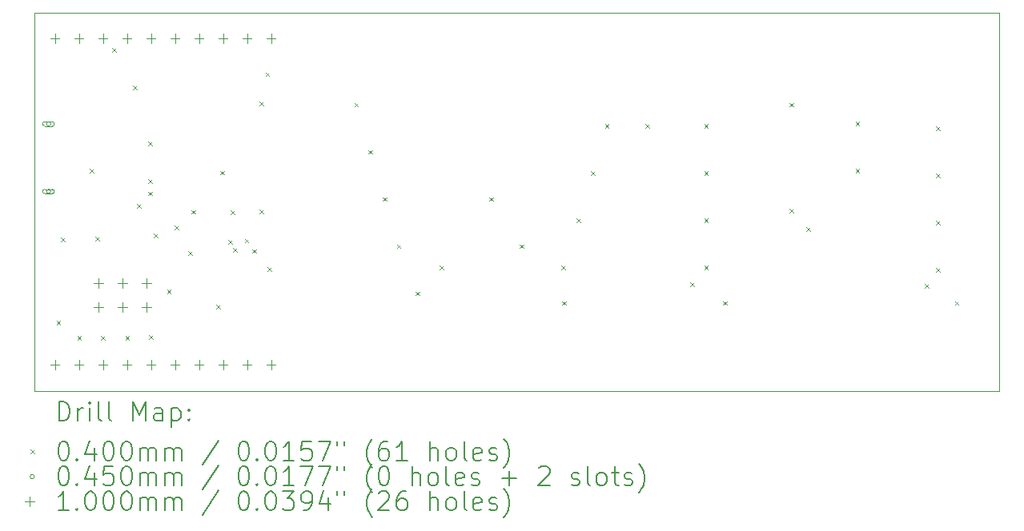
<source format=gbr>
%TF.GenerationSoftware,KiCad,Pcbnew,8.0.1*%
%TF.CreationDate,2024-04-10T03:36:57-04:00*%
%TF.ProjectId,ieee_pcb_workshop,69656565-5f70-4636-925f-776f726b7368,rev?*%
%TF.SameCoordinates,Original*%
%TF.FileFunction,Drillmap*%
%TF.FilePolarity,Positive*%
%FSLAX45Y45*%
G04 Gerber Fmt 4.5, Leading zero omitted, Abs format (unit mm)*
G04 Created by KiCad (PCBNEW 8.0.1) date 2024-04-10 03:36:57*
%MOMM*%
%LPD*%
G01*
G04 APERTURE LIST*
%ADD10C,0.100000*%
%ADD11C,0.200000*%
G04 APERTURE END LIST*
D10*
X4800600Y-12529200D02*
X15000600Y-12529200D01*
X15000600Y-16529200D01*
X4800600Y-16529200D01*
X4800600Y-12529200D01*
D11*
D10*
X5030000Y-15790000D02*
X5070000Y-15830000D01*
X5070000Y-15790000D02*
X5030000Y-15830000D01*
X5080000Y-14910000D02*
X5120000Y-14950000D01*
X5120000Y-14910000D02*
X5080000Y-14950000D01*
X5250000Y-15950000D02*
X5290000Y-15990000D01*
X5290000Y-15950000D02*
X5250000Y-15990000D01*
X5380000Y-14180000D02*
X5420000Y-14220000D01*
X5420000Y-14180000D02*
X5380000Y-14220000D01*
X5440000Y-14900000D02*
X5480000Y-14940000D01*
X5480000Y-14900000D02*
X5440000Y-14940000D01*
X5500000Y-15950000D02*
X5540000Y-15990000D01*
X5540000Y-15950000D02*
X5500000Y-15990000D01*
X5620000Y-12900000D02*
X5660000Y-12940000D01*
X5660000Y-12900000D02*
X5620000Y-12940000D01*
X5760000Y-15950000D02*
X5800000Y-15990000D01*
X5800000Y-15950000D02*
X5760000Y-15990000D01*
X5840000Y-13300000D02*
X5880000Y-13340000D01*
X5880000Y-13300000D02*
X5840000Y-13340000D01*
X5880000Y-14550000D02*
X5920000Y-14590000D01*
X5920000Y-14550000D02*
X5880000Y-14590000D01*
X6000000Y-13890000D02*
X6040000Y-13930000D01*
X6040000Y-13890000D02*
X6000000Y-13930000D01*
X6000000Y-14290000D02*
X6040000Y-14330000D01*
X6040000Y-14290000D02*
X6000000Y-14330000D01*
X6000000Y-14420000D02*
X6040000Y-14460000D01*
X6040000Y-14420000D02*
X6000000Y-14460000D01*
X6010000Y-15940000D02*
X6050000Y-15980000D01*
X6050000Y-15940000D02*
X6010000Y-15980000D01*
X6060000Y-14865000D02*
X6100000Y-14905000D01*
X6100000Y-14865000D02*
X6060000Y-14905000D01*
X6200000Y-15460000D02*
X6240000Y-15500000D01*
X6240000Y-15460000D02*
X6200000Y-15500000D01*
X6280000Y-14780000D02*
X6320000Y-14820000D01*
X6320000Y-14780000D02*
X6280000Y-14820000D01*
X6425000Y-15050000D02*
X6465000Y-15090000D01*
X6465000Y-15050000D02*
X6425000Y-15090000D01*
X6455000Y-14615000D02*
X6495000Y-14655000D01*
X6495000Y-14615000D02*
X6455000Y-14655000D01*
X6720000Y-15620000D02*
X6760000Y-15660000D01*
X6760000Y-15620000D02*
X6720000Y-15660000D01*
X6760000Y-14200000D02*
X6800000Y-14240000D01*
X6800000Y-14200000D02*
X6760000Y-14240000D01*
X6848450Y-14933587D02*
X6888450Y-14973587D01*
X6888450Y-14933587D02*
X6848450Y-14973587D01*
X6870000Y-14620000D02*
X6910000Y-14660000D01*
X6910000Y-14620000D02*
X6870000Y-14660000D01*
X6899699Y-15019398D02*
X6939699Y-15059398D01*
X6939699Y-15019398D02*
X6899699Y-15059398D01*
X7020000Y-14920000D02*
X7060000Y-14960000D01*
X7060000Y-14920000D02*
X7020000Y-14960000D01*
X7100000Y-15030000D02*
X7140000Y-15070000D01*
X7140000Y-15030000D02*
X7100000Y-15070000D01*
X7175000Y-13470000D02*
X7215000Y-13510000D01*
X7215000Y-13470000D02*
X7175000Y-13510000D01*
X7175000Y-14610000D02*
X7215000Y-14650000D01*
X7215000Y-14610000D02*
X7175000Y-14650000D01*
X7240000Y-13160000D02*
X7280000Y-13200000D01*
X7280000Y-13160000D02*
X7240000Y-13200000D01*
X7260000Y-15220000D02*
X7300000Y-15260000D01*
X7300000Y-15220000D02*
X7260000Y-15260000D01*
X8180000Y-13480000D02*
X8220000Y-13520000D01*
X8220000Y-13480000D02*
X8180000Y-13520000D01*
X8330000Y-13980000D02*
X8370000Y-14020000D01*
X8370000Y-13980000D02*
X8330000Y-14020000D01*
X8480000Y-14480000D02*
X8520000Y-14520000D01*
X8520000Y-14480000D02*
X8480000Y-14520000D01*
X8630000Y-14980000D02*
X8670000Y-15020000D01*
X8670000Y-14980000D02*
X8630000Y-15020000D01*
X8830000Y-15480000D02*
X8870000Y-15520000D01*
X8870000Y-15480000D02*
X8830000Y-15520000D01*
X9080000Y-15205000D02*
X9120000Y-15245000D01*
X9120000Y-15205000D02*
X9080000Y-15245000D01*
X9605000Y-14480000D02*
X9645000Y-14520000D01*
X9645000Y-14480000D02*
X9605000Y-14520000D01*
X9930000Y-14980000D02*
X9970000Y-15020000D01*
X9970000Y-14980000D02*
X9930000Y-15020000D01*
X10371457Y-15203291D02*
X10411457Y-15243291D01*
X10411457Y-15203291D02*
X10371457Y-15243291D01*
X10380000Y-15580000D02*
X10420000Y-15620000D01*
X10420000Y-15580000D02*
X10380000Y-15620000D01*
X10530000Y-14705000D02*
X10570000Y-14745000D01*
X10570000Y-14705000D02*
X10530000Y-14745000D01*
X10680000Y-14205000D02*
X10720000Y-14245000D01*
X10720000Y-14205000D02*
X10680000Y-14245000D01*
X10830000Y-13705000D02*
X10870000Y-13745000D01*
X10870000Y-13705000D02*
X10830000Y-13745000D01*
X11255000Y-13705000D02*
X11295000Y-13745000D01*
X11295000Y-13705000D02*
X11255000Y-13745000D01*
X11730000Y-15380000D02*
X11770000Y-15420000D01*
X11770000Y-15380000D02*
X11730000Y-15420000D01*
X11880000Y-13705000D02*
X11920000Y-13745000D01*
X11920000Y-13705000D02*
X11880000Y-13745000D01*
X11880000Y-14205000D02*
X11920000Y-14245000D01*
X11920000Y-14205000D02*
X11880000Y-14245000D01*
X11880000Y-14705000D02*
X11920000Y-14745000D01*
X11920000Y-14705000D02*
X11880000Y-14745000D01*
X11880000Y-15205000D02*
X11920000Y-15245000D01*
X11920000Y-15205000D02*
X11880000Y-15245000D01*
X12080000Y-15580000D02*
X12120000Y-15620000D01*
X12120000Y-15580000D02*
X12080000Y-15620000D01*
X12780000Y-13480000D02*
X12820000Y-13520000D01*
X12820000Y-13480000D02*
X12780000Y-13520000D01*
X12780000Y-14605000D02*
X12820000Y-14645000D01*
X12820000Y-14605000D02*
X12780000Y-14645000D01*
X12960000Y-14800000D02*
X13000000Y-14840000D01*
X13000000Y-14800000D02*
X12960000Y-14840000D01*
X13480000Y-13680000D02*
X13520000Y-13720000D01*
X13520000Y-13680000D02*
X13480000Y-13720000D01*
X13480000Y-14180000D02*
X13520000Y-14220000D01*
X13520000Y-14180000D02*
X13480000Y-14220000D01*
X14210000Y-15400000D02*
X14250000Y-15440000D01*
X14250000Y-15400000D02*
X14210000Y-15440000D01*
X14330000Y-13730000D02*
X14370000Y-13770000D01*
X14370000Y-13730000D02*
X14330000Y-13770000D01*
X14330000Y-14230000D02*
X14370000Y-14270000D01*
X14370000Y-14230000D02*
X14330000Y-14270000D01*
X14330000Y-14730000D02*
X14370000Y-14770000D01*
X14370000Y-14730000D02*
X14330000Y-14770000D01*
X14330000Y-15230000D02*
X14370000Y-15270000D01*
X14370000Y-15230000D02*
X14330000Y-15270000D01*
X14530000Y-15580000D02*
X14570000Y-15620000D01*
X14570000Y-15580000D02*
X14530000Y-15620000D01*
X4968400Y-13703200D02*
G75*
G02*
X4923400Y-13703200I-22500J0D01*
G01*
X4923400Y-13703200D02*
G75*
G02*
X4968400Y-13703200I22500J0D01*
G01*
X4905900Y-13725700D02*
X4985900Y-13725700D01*
X4985900Y-13680700D02*
G75*
G02*
X4985900Y-13725700I0J-22500D01*
G01*
X4985900Y-13680700D02*
X4905900Y-13680700D01*
X4905900Y-13680700D02*
G75*
G03*
X4905900Y-13725700I0J-22500D01*
G01*
X4968400Y-14418200D02*
G75*
G02*
X4923400Y-14418200I-22500J0D01*
G01*
X4923400Y-14418200D02*
G75*
G02*
X4968400Y-14418200I22500J0D01*
G01*
X4985900Y-14395700D02*
X4905900Y-14395700D01*
X4905900Y-14440700D02*
G75*
G02*
X4905900Y-14395700I0J22500D01*
G01*
X4905900Y-14440700D02*
X4985900Y-14440700D01*
X4985900Y-14440700D02*
G75*
G03*
X4985900Y-14395700I0J22500D01*
G01*
X5013000Y-12750000D02*
X5013000Y-12850000D01*
X4963000Y-12800000D02*
X5063000Y-12800000D01*
X5013000Y-16200000D02*
X5013000Y-16300000D01*
X4963000Y-16250000D02*
X5063000Y-16250000D01*
X5267000Y-12750000D02*
X5267000Y-12850000D01*
X5217000Y-12800000D02*
X5317000Y-12800000D01*
X5267000Y-16200000D02*
X5267000Y-16300000D01*
X5217000Y-16250000D02*
X5317000Y-16250000D01*
X5473700Y-15342400D02*
X5473700Y-15442400D01*
X5423700Y-15392400D02*
X5523700Y-15392400D01*
X5473700Y-15596400D02*
X5473700Y-15696400D01*
X5423700Y-15646400D02*
X5523700Y-15646400D01*
X5521000Y-12750000D02*
X5521000Y-12850000D01*
X5471000Y-12800000D02*
X5571000Y-12800000D01*
X5521000Y-16200000D02*
X5521000Y-16300000D01*
X5471000Y-16250000D02*
X5571000Y-16250000D01*
X5727700Y-15342400D02*
X5727700Y-15442400D01*
X5677700Y-15392400D02*
X5777700Y-15392400D01*
X5727700Y-15596400D02*
X5727700Y-15696400D01*
X5677700Y-15646400D02*
X5777700Y-15646400D01*
X5775000Y-12750000D02*
X5775000Y-12850000D01*
X5725000Y-12800000D02*
X5825000Y-12800000D01*
X5775000Y-16200000D02*
X5775000Y-16300000D01*
X5725000Y-16250000D02*
X5825000Y-16250000D01*
X5981700Y-15342400D02*
X5981700Y-15442400D01*
X5931700Y-15392400D02*
X6031700Y-15392400D01*
X5981700Y-15596400D02*
X5981700Y-15696400D01*
X5931700Y-15646400D02*
X6031700Y-15646400D01*
X6029000Y-12750000D02*
X6029000Y-12850000D01*
X5979000Y-12800000D02*
X6079000Y-12800000D01*
X6029000Y-16200000D02*
X6029000Y-16300000D01*
X5979000Y-16250000D02*
X6079000Y-16250000D01*
X6283000Y-12750000D02*
X6283000Y-12850000D01*
X6233000Y-12800000D02*
X6333000Y-12800000D01*
X6283000Y-16200000D02*
X6283000Y-16300000D01*
X6233000Y-16250000D02*
X6333000Y-16250000D01*
X6537000Y-12750000D02*
X6537000Y-12850000D01*
X6487000Y-12800000D02*
X6587000Y-12800000D01*
X6537000Y-16200000D02*
X6537000Y-16300000D01*
X6487000Y-16250000D02*
X6587000Y-16250000D01*
X6791000Y-12750000D02*
X6791000Y-12850000D01*
X6741000Y-12800000D02*
X6841000Y-12800000D01*
X6791000Y-16200000D02*
X6791000Y-16300000D01*
X6741000Y-16250000D02*
X6841000Y-16250000D01*
X7045000Y-12750000D02*
X7045000Y-12850000D01*
X6995000Y-12800000D02*
X7095000Y-12800000D01*
X7045000Y-16200000D02*
X7045000Y-16300000D01*
X6995000Y-16250000D02*
X7095000Y-16250000D01*
X7299000Y-12750000D02*
X7299000Y-12850000D01*
X7249000Y-12800000D02*
X7349000Y-12800000D01*
X7299000Y-16200000D02*
X7299000Y-16300000D01*
X7249000Y-16250000D02*
X7349000Y-16250000D01*
D11*
X5056377Y-16845684D02*
X5056377Y-16645684D01*
X5056377Y-16645684D02*
X5103996Y-16645684D01*
X5103996Y-16645684D02*
X5132567Y-16655208D01*
X5132567Y-16655208D02*
X5151615Y-16674255D01*
X5151615Y-16674255D02*
X5161139Y-16693303D01*
X5161139Y-16693303D02*
X5170663Y-16731398D01*
X5170663Y-16731398D02*
X5170663Y-16759969D01*
X5170663Y-16759969D02*
X5161139Y-16798065D01*
X5161139Y-16798065D02*
X5151615Y-16817112D01*
X5151615Y-16817112D02*
X5132567Y-16836160D01*
X5132567Y-16836160D02*
X5103996Y-16845684D01*
X5103996Y-16845684D02*
X5056377Y-16845684D01*
X5256377Y-16845684D02*
X5256377Y-16712350D01*
X5256377Y-16750446D02*
X5265901Y-16731398D01*
X5265901Y-16731398D02*
X5275424Y-16721874D01*
X5275424Y-16721874D02*
X5294472Y-16712350D01*
X5294472Y-16712350D02*
X5313520Y-16712350D01*
X5380186Y-16845684D02*
X5380186Y-16712350D01*
X5380186Y-16645684D02*
X5370663Y-16655208D01*
X5370663Y-16655208D02*
X5380186Y-16664731D01*
X5380186Y-16664731D02*
X5389710Y-16655208D01*
X5389710Y-16655208D02*
X5380186Y-16645684D01*
X5380186Y-16645684D02*
X5380186Y-16664731D01*
X5503996Y-16845684D02*
X5484948Y-16836160D01*
X5484948Y-16836160D02*
X5475424Y-16817112D01*
X5475424Y-16817112D02*
X5475424Y-16645684D01*
X5608758Y-16845684D02*
X5589710Y-16836160D01*
X5589710Y-16836160D02*
X5580186Y-16817112D01*
X5580186Y-16817112D02*
X5580186Y-16645684D01*
X5837329Y-16845684D02*
X5837329Y-16645684D01*
X5837329Y-16645684D02*
X5903996Y-16788541D01*
X5903996Y-16788541D02*
X5970662Y-16645684D01*
X5970662Y-16645684D02*
X5970662Y-16845684D01*
X6151615Y-16845684D02*
X6151615Y-16740922D01*
X6151615Y-16740922D02*
X6142091Y-16721874D01*
X6142091Y-16721874D02*
X6123043Y-16712350D01*
X6123043Y-16712350D02*
X6084948Y-16712350D01*
X6084948Y-16712350D02*
X6065901Y-16721874D01*
X6151615Y-16836160D02*
X6132567Y-16845684D01*
X6132567Y-16845684D02*
X6084948Y-16845684D01*
X6084948Y-16845684D02*
X6065901Y-16836160D01*
X6065901Y-16836160D02*
X6056377Y-16817112D01*
X6056377Y-16817112D02*
X6056377Y-16798065D01*
X6056377Y-16798065D02*
X6065901Y-16779017D01*
X6065901Y-16779017D02*
X6084948Y-16769493D01*
X6084948Y-16769493D02*
X6132567Y-16769493D01*
X6132567Y-16769493D02*
X6151615Y-16759969D01*
X6246853Y-16712350D02*
X6246853Y-16912350D01*
X6246853Y-16721874D02*
X6265901Y-16712350D01*
X6265901Y-16712350D02*
X6303996Y-16712350D01*
X6303996Y-16712350D02*
X6323043Y-16721874D01*
X6323043Y-16721874D02*
X6332567Y-16731398D01*
X6332567Y-16731398D02*
X6342091Y-16750446D01*
X6342091Y-16750446D02*
X6342091Y-16807589D01*
X6342091Y-16807589D02*
X6332567Y-16826636D01*
X6332567Y-16826636D02*
X6323043Y-16836160D01*
X6323043Y-16836160D02*
X6303996Y-16845684D01*
X6303996Y-16845684D02*
X6265901Y-16845684D01*
X6265901Y-16845684D02*
X6246853Y-16836160D01*
X6427805Y-16826636D02*
X6437329Y-16836160D01*
X6437329Y-16836160D02*
X6427805Y-16845684D01*
X6427805Y-16845684D02*
X6418282Y-16836160D01*
X6418282Y-16836160D02*
X6427805Y-16826636D01*
X6427805Y-16826636D02*
X6427805Y-16845684D01*
X6427805Y-16721874D02*
X6437329Y-16731398D01*
X6437329Y-16731398D02*
X6427805Y-16740922D01*
X6427805Y-16740922D02*
X6418282Y-16731398D01*
X6418282Y-16731398D02*
X6427805Y-16721874D01*
X6427805Y-16721874D02*
X6427805Y-16740922D01*
D10*
X4755600Y-17154200D02*
X4795600Y-17194200D01*
X4795600Y-17154200D02*
X4755600Y-17194200D01*
D11*
X5094472Y-17065684D02*
X5113520Y-17065684D01*
X5113520Y-17065684D02*
X5132567Y-17075208D01*
X5132567Y-17075208D02*
X5142091Y-17084731D01*
X5142091Y-17084731D02*
X5151615Y-17103779D01*
X5151615Y-17103779D02*
X5161139Y-17141874D01*
X5161139Y-17141874D02*
X5161139Y-17189493D01*
X5161139Y-17189493D02*
X5151615Y-17227589D01*
X5151615Y-17227589D02*
X5142091Y-17246636D01*
X5142091Y-17246636D02*
X5132567Y-17256160D01*
X5132567Y-17256160D02*
X5113520Y-17265684D01*
X5113520Y-17265684D02*
X5094472Y-17265684D01*
X5094472Y-17265684D02*
X5075424Y-17256160D01*
X5075424Y-17256160D02*
X5065901Y-17246636D01*
X5065901Y-17246636D02*
X5056377Y-17227589D01*
X5056377Y-17227589D02*
X5046853Y-17189493D01*
X5046853Y-17189493D02*
X5046853Y-17141874D01*
X5046853Y-17141874D02*
X5056377Y-17103779D01*
X5056377Y-17103779D02*
X5065901Y-17084731D01*
X5065901Y-17084731D02*
X5075424Y-17075208D01*
X5075424Y-17075208D02*
X5094472Y-17065684D01*
X5246853Y-17246636D02*
X5256377Y-17256160D01*
X5256377Y-17256160D02*
X5246853Y-17265684D01*
X5246853Y-17265684D02*
X5237329Y-17256160D01*
X5237329Y-17256160D02*
X5246853Y-17246636D01*
X5246853Y-17246636D02*
X5246853Y-17265684D01*
X5427805Y-17132350D02*
X5427805Y-17265684D01*
X5380186Y-17056160D02*
X5332567Y-17199017D01*
X5332567Y-17199017D02*
X5456377Y-17199017D01*
X5570663Y-17065684D02*
X5589710Y-17065684D01*
X5589710Y-17065684D02*
X5608758Y-17075208D01*
X5608758Y-17075208D02*
X5618282Y-17084731D01*
X5618282Y-17084731D02*
X5627805Y-17103779D01*
X5627805Y-17103779D02*
X5637329Y-17141874D01*
X5637329Y-17141874D02*
X5637329Y-17189493D01*
X5637329Y-17189493D02*
X5627805Y-17227589D01*
X5627805Y-17227589D02*
X5618282Y-17246636D01*
X5618282Y-17246636D02*
X5608758Y-17256160D01*
X5608758Y-17256160D02*
X5589710Y-17265684D01*
X5589710Y-17265684D02*
X5570663Y-17265684D01*
X5570663Y-17265684D02*
X5551615Y-17256160D01*
X5551615Y-17256160D02*
X5542091Y-17246636D01*
X5542091Y-17246636D02*
X5532567Y-17227589D01*
X5532567Y-17227589D02*
X5523044Y-17189493D01*
X5523044Y-17189493D02*
X5523044Y-17141874D01*
X5523044Y-17141874D02*
X5532567Y-17103779D01*
X5532567Y-17103779D02*
X5542091Y-17084731D01*
X5542091Y-17084731D02*
X5551615Y-17075208D01*
X5551615Y-17075208D02*
X5570663Y-17065684D01*
X5761139Y-17065684D02*
X5780186Y-17065684D01*
X5780186Y-17065684D02*
X5799234Y-17075208D01*
X5799234Y-17075208D02*
X5808758Y-17084731D01*
X5808758Y-17084731D02*
X5818282Y-17103779D01*
X5818282Y-17103779D02*
X5827805Y-17141874D01*
X5827805Y-17141874D02*
X5827805Y-17189493D01*
X5827805Y-17189493D02*
X5818282Y-17227589D01*
X5818282Y-17227589D02*
X5808758Y-17246636D01*
X5808758Y-17246636D02*
X5799234Y-17256160D01*
X5799234Y-17256160D02*
X5780186Y-17265684D01*
X5780186Y-17265684D02*
X5761139Y-17265684D01*
X5761139Y-17265684D02*
X5742091Y-17256160D01*
X5742091Y-17256160D02*
X5732567Y-17246636D01*
X5732567Y-17246636D02*
X5723043Y-17227589D01*
X5723043Y-17227589D02*
X5713520Y-17189493D01*
X5713520Y-17189493D02*
X5713520Y-17141874D01*
X5713520Y-17141874D02*
X5723043Y-17103779D01*
X5723043Y-17103779D02*
X5732567Y-17084731D01*
X5732567Y-17084731D02*
X5742091Y-17075208D01*
X5742091Y-17075208D02*
X5761139Y-17065684D01*
X5913520Y-17265684D02*
X5913520Y-17132350D01*
X5913520Y-17151398D02*
X5923043Y-17141874D01*
X5923043Y-17141874D02*
X5942091Y-17132350D01*
X5942091Y-17132350D02*
X5970663Y-17132350D01*
X5970663Y-17132350D02*
X5989710Y-17141874D01*
X5989710Y-17141874D02*
X5999234Y-17160922D01*
X5999234Y-17160922D02*
X5999234Y-17265684D01*
X5999234Y-17160922D02*
X6008758Y-17141874D01*
X6008758Y-17141874D02*
X6027805Y-17132350D01*
X6027805Y-17132350D02*
X6056377Y-17132350D01*
X6056377Y-17132350D02*
X6075424Y-17141874D01*
X6075424Y-17141874D02*
X6084948Y-17160922D01*
X6084948Y-17160922D02*
X6084948Y-17265684D01*
X6180186Y-17265684D02*
X6180186Y-17132350D01*
X6180186Y-17151398D02*
X6189710Y-17141874D01*
X6189710Y-17141874D02*
X6208758Y-17132350D01*
X6208758Y-17132350D02*
X6237329Y-17132350D01*
X6237329Y-17132350D02*
X6256377Y-17141874D01*
X6256377Y-17141874D02*
X6265901Y-17160922D01*
X6265901Y-17160922D02*
X6265901Y-17265684D01*
X6265901Y-17160922D02*
X6275424Y-17141874D01*
X6275424Y-17141874D02*
X6294472Y-17132350D01*
X6294472Y-17132350D02*
X6323043Y-17132350D01*
X6323043Y-17132350D02*
X6342091Y-17141874D01*
X6342091Y-17141874D02*
X6351615Y-17160922D01*
X6351615Y-17160922D02*
X6351615Y-17265684D01*
X6742091Y-17056160D02*
X6570663Y-17313303D01*
X6999234Y-17065684D02*
X7018282Y-17065684D01*
X7018282Y-17065684D02*
X7037329Y-17075208D01*
X7037329Y-17075208D02*
X7046853Y-17084731D01*
X7046853Y-17084731D02*
X7056377Y-17103779D01*
X7056377Y-17103779D02*
X7065901Y-17141874D01*
X7065901Y-17141874D02*
X7065901Y-17189493D01*
X7065901Y-17189493D02*
X7056377Y-17227589D01*
X7056377Y-17227589D02*
X7046853Y-17246636D01*
X7046853Y-17246636D02*
X7037329Y-17256160D01*
X7037329Y-17256160D02*
X7018282Y-17265684D01*
X7018282Y-17265684D02*
X6999234Y-17265684D01*
X6999234Y-17265684D02*
X6980186Y-17256160D01*
X6980186Y-17256160D02*
X6970663Y-17246636D01*
X6970663Y-17246636D02*
X6961139Y-17227589D01*
X6961139Y-17227589D02*
X6951615Y-17189493D01*
X6951615Y-17189493D02*
X6951615Y-17141874D01*
X6951615Y-17141874D02*
X6961139Y-17103779D01*
X6961139Y-17103779D02*
X6970663Y-17084731D01*
X6970663Y-17084731D02*
X6980186Y-17075208D01*
X6980186Y-17075208D02*
X6999234Y-17065684D01*
X7151615Y-17246636D02*
X7161139Y-17256160D01*
X7161139Y-17256160D02*
X7151615Y-17265684D01*
X7151615Y-17265684D02*
X7142091Y-17256160D01*
X7142091Y-17256160D02*
X7151615Y-17246636D01*
X7151615Y-17246636D02*
X7151615Y-17265684D01*
X7284948Y-17065684D02*
X7303996Y-17065684D01*
X7303996Y-17065684D02*
X7323044Y-17075208D01*
X7323044Y-17075208D02*
X7332567Y-17084731D01*
X7332567Y-17084731D02*
X7342091Y-17103779D01*
X7342091Y-17103779D02*
X7351615Y-17141874D01*
X7351615Y-17141874D02*
X7351615Y-17189493D01*
X7351615Y-17189493D02*
X7342091Y-17227589D01*
X7342091Y-17227589D02*
X7332567Y-17246636D01*
X7332567Y-17246636D02*
X7323044Y-17256160D01*
X7323044Y-17256160D02*
X7303996Y-17265684D01*
X7303996Y-17265684D02*
X7284948Y-17265684D01*
X7284948Y-17265684D02*
X7265901Y-17256160D01*
X7265901Y-17256160D02*
X7256377Y-17246636D01*
X7256377Y-17246636D02*
X7246853Y-17227589D01*
X7246853Y-17227589D02*
X7237329Y-17189493D01*
X7237329Y-17189493D02*
X7237329Y-17141874D01*
X7237329Y-17141874D02*
X7246853Y-17103779D01*
X7246853Y-17103779D02*
X7256377Y-17084731D01*
X7256377Y-17084731D02*
X7265901Y-17075208D01*
X7265901Y-17075208D02*
X7284948Y-17065684D01*
X7542091Y-17265684D02*
X7427806Y-17265684D01*
X7484948Y-17265684D02*
X7484948Y-17065684D01*
X7484948Y-17065684D02*
X7465901Y-17094255D01*
X7465901Y-17094255D02*
X7446853Y-17113303D01*
X7446853Y-17113303D02*
X7427806Y-17122827D01*
X7723044Y-17065684D02*
X7627806Y-17065684D01*
X7627806Y-17065684D02*
X7618282Y-17160922D01*
X7618282Y-17160922D02*
X7627806Y-17151398D01*
X7627806Y-17151398D02*
X7646853Y-17141874D01*
X7646853Y-17141874D02*
X7694472Y-17141874D01*
X7694472Y-17141874D02*
X7713520Y-17151398D01*
X7713520Y-17151398D02*
X7723044Y-17160922D01*
X7723044Y-17160922D02*
X7732567Y-17179970D01*
X7732567Y-17179970D02*
X7732567Y-17227589D01*
X7732567Y-17227589D02*
X7723044Y-17246636D01*
X7723044Y-17246636D02*
X7713520Y-17256160D01*
X7713520Y-17256160D02*
X7694472Y-17265684D01*
X7694472Y-17265684D02*
X7646853Y-17265684D01*
X7646853Y-17265684D02*
X7627806Y-17256160D01*
X7627806Y-17256160D02*
X7618282Y-17246636D01*
X7799234Y-17065684D02*
X7932567Y-17065684D01*
X7932567Y-17065684D02*
X7846853Y-17265684D01*
X7999234Y-17065684D02*
X7999234Y-17103779D01*
X8075425Y-17065684D02*
X8075425Y-17103779D01*
X8370663Y-17341874D02*
X8361139Y-17332350D01*
X8361139Y-17332350D02*
X8342091Y-17303779D01*
X8342091Y-17303779D02*
X8332568Y-17284731D01*
X8332568Y-17284731D02*
X8323044Y-17256160D01*
X8323044Y-17256160D02*
X8313520Y-17208541D01*
X8313520Y-17208541D02*
X8313520Y-17170446D01*
X8313520Y-17170446D02*
X8323044Y-17122827D01*
X8323044Y-17122827D02*
X8332568Y-17094255D01*
X8332568Y-17094255D02*
X8342091Y-17075208D01*
X8342091Y-17075208D02*
X8361139Y-17046636D01*
X8361139Y-17046636D02*
X8370663Y-17037112D01*
X8532568Y-17065684D02*
X8494472Y-17065684D01*
X8494472Y-17065684D02*
X8475425Y-17075208D01*
X8475425Y-17075208D02*
X8465901Y-17084731D01*
X8465901Y-17084731D02*
X8446853Y-17113303D01*
X8446853Y-17113303D02*
X8437330Y-17151398D01*
X8437330Y-17151398D02*
X8437330Y-17227589D01*
X8437330Y-17227589D02*
X8446853Y-17246636D01*
X8446853Y-17246636D02*
X8456377Y-17256160D01*
X8456377Y-17256160D02*
X8475425Y-17265684D01*
X8475425Y-17265684D02*
X8513520Y-17265684D01*
X8513520Y-17265684D02*
X8532568Y-17256160D01*
X8532568Y-17256160D02*
X8542091Y-17246636D01*
X8542091Y-17246636D02*
X8551615Y-17227589D01*
X8551615Y-17227589D02*
X8551615Y-17179970D01*
X8551615Y-17179970D02*
X8542091Y-17160922D01*
X8542091Y-17160922D02*
X8532568Y-17151398D01*
X8532568Y-17151398D02*
X8513520Y-17141874D01*
X8513520Y-17141874D02*
X8475425Y-17141874D01*
X8475425Y-17141874D02*
X8456377Y-17151398D01*
X8456377Y-17151398D02*
X8446853Y-17160922D01*
X8446853Y-17160922D02*
X8437330Y-17179970D01*
X8742091Y-17265684D02*
X8627806Y-17265684D01*
X8684949Y-17265684D02*
X8684949Y-17065684D01*
X8684949Y-17065684D02*
X8665901Y-17094255D01*
X8665901Y-17094255D02*
X8646853Y-17113303D01*
X8646853Y-17113303D02*
X8627806Y-17122827D01*
X8980187Y-17265684D02*
X8980187Y-17065684D01*
X9065901Y-17265684D02*
X9065901Y-17160922D01*
X9065901Y-17160922D02*
X9056377Y-17141874D01*
X9056377Y-17141874D02*
X9037330Y-17132350D01*
X9037330Y-17132350D02*
X9008758Y-17132350D01*
X9008758Y-17132350D02*
X8989711Y-17141874D01*
X8989711Y-17141874D02*
X8980187Y-17151398D01*
X9189711Y-17265684D02*
X9170663Y-17256160D01*
X9170663Y-17256160D02*
X9161139Y-17246636D01*
X9161139Y-17246636D02*
X9151615Y-17227589D01*
X9151615Y-17227589D02*
X9151615Y-17170446D01*
X9151615Y-17170446D02*
X9161139Y-17151398D01*
X9161139Y-17151398D02*
X9170663Y-17141874D01*
X9170663Y-17141874D02*
X9189711Y-17132350D01*
X9189711Y-17132350D02*
X9218282Y-17132350D01*
X9218282Y-17132350D02*
X9237330Y-17141874D01*
X9237330Y-17141874D02*
X9246853Y-17151398D01*
X9246853Y-17151398D02*
X9256377Y-17170446D01*
X9256377Y-17170446D02*
X9256377Y-17227589D01*
X9256377Y-17227589D02*
X9246853Y-17246636D01*
X9246853Y-17246636D02*
X9237330Y-17256160D01*
X9237330Y-17256160D02*
X9218282Y-17265684D01*
X9218282Y-17265684D02*
X9189711Y-17265684D01*
X9370663Y-17265684D02*
X9351615Y-17256160D01*
X9351615Y-17256160D02*
X9342092Y-17237112D01*
X9342092Y-17237112D02*
X9342092Y-17065684D01*
X9523044Y-17256160D02*
X9503996Y-17265684D01*
X9503996Y-17265684D02*
X9465901Y-17265684D01*
X9465901Y-17265684D02*
X9446853Y-17256160D01*
X9446853Y-17256160D02*
X9437330Y-17237112D01*
X9437330Y-17237112D02*
X9437330Y-17160922D01*
X9437330Y-17160922D02*
X9446853Y-17141874D01*
X9446853Y-17141874D02*
X9465901Y-17132350D01*
X9465901Y-17132350D02*
X9503996Y-17132350D01*
X9503996Y-17132350D02*
X9523044Y-17141874D01*
X9523044Y-17141874D02*
X9532568Y-17160922D01*
X9532568Y-17160922D02*
X9532568Y-17179970D01*
X9532568Y-17179970D02*
X9437330Y-17199017D01*
X9608758Y-17256160D02*
X9627806Y-17265684D01*
X9627806Y-17265684D02*
X9665901Y-17265684D01*
X9665901Y-17265684D02*
X9684949Y-17256160D01*
X9684949Y-17256160D02*
X9694473Y-17237112D01*
X9694473Y-17237112D02*
X9694473Y-17227589D01*
X9694473Y-17227589D02*
X9684949Y-17208541D01*
X9684949Y-17208541D02*
X9665901Y-17199017D01*
X9665901Y-17199017D02*
X9637330Y-17199017D01*
X9637330Y-17199017D02*
X9618282Y-17189493D01*
X9618282Y-17189493D02*
X9608758Y-17170446D01*
X9608758Y-17170446D02*
X9608758Y-17160922D01*
X9608758Y-17160922D02*
X9618282Y-17141874D01*
X9618282Y-17141874D02*
X9637330Y-17132350D01*
X9637330Y-17132350D02*
X9665901Y-17132350D01*
X9665901Y-17132350D02*
X9684949Y-17141874D01*
X9761139Y-17341874D02*
X9770663Y-17332350D01*
X9770663Y-17332350D02*
X9789711Y-17303779D01*
X9789711Y-17303779D02*
X9799234Y-17284731D01*
X9799234Y-17284731D02*
X9808758Y-17256160D01*
X9808758Y-17256160D02*
X9818282Y-17208541D01*
X9818282Y-17208541D02*
X9818282Y-17170446D01*
X9818282Y-17170446D02*
X9808758Y-17122827D01*
X9808758Y-17122827D02*
X9799234Y-17094255D01*
X9799234Y-17094255D02*
X9789711Y-17075208D01*
X9789711Y-17075208D02*
X9770663Y-17046636D01*
X9770663Y-17046636D02*
X9761139Y-17037112D01*
D10*
X4795600Y-17438200D02*
G75*
G02*
X4750600Y-17438200I-22500J0D01*
G01*
X4750600Y-17438200D02*
G75*
G02*
X4795600Y-17438200I22500J0D01*
G01*
D11*
X5094472Y-17329684D02*
X5113520Y-17329684D01*
X5113520Y-17329684D02*
X5132567Y-17339208D01*
X5132567Y-17339208D02*
X5142091Y-17348731D01*
X5142091Y-17348731D02*
X5151615Y-17367779D01*
X5151615Y-17367779D02*
X5161139Y-17405874D01*
X5161139Y-17405874D02*
X5161139Y-17453493D01*
X5161139Y-17453493D02*
X5151615Y-17491589D01*
X5151615Y-17491589D02*
X5142091Y-17510636D01*
X5142091Y-17510636D02*
X5132567Y-17520160D01*
X5132567Y-17520160D02*
X5113520Y-17529684D01*
X5113520Y-17529684D02*
X5094472Y-17529684D01*
X5094472Y-17529684D02*
X5075424Y-17520160D01*
X5075424Y-17520160D02*
X5065901Y-17510636D01*
X5065901Y-17510636D02*
X5056377Y-17491589D01*
X5056377Y-17491589D02*
X5046853Y-17453493D01*
X5046853Y-17453493D02*
X5046853Y-17405874D01*
X5046853Y-17405874D02*
X5056377Y-17367779D01*
X5056377Y-17367779D02*
X5065901Y-17348731D01*
X5065901Y-17348731D02*
X5075424Y-17339208D01*
X5075424Y-17339208D02*
X5094472Y-17329684D01*
X5246853Y-17510636D02*
X5256377Y-17520160D01*
X5256377Y-17520160D02*
X5246853Y-17529684D01*
X5246853Y-17529684D02*
X5237329Y-17520160D01*
X5237329Y-17520160D02*
X5246853Y-17510636D01*
X5246853Y-17510636D02*
X5246853Y-17529684D01*
X5427805Y-17396350D02*
X5427805Y-17529684D01*
X5380186Y-17320160D02*
X5332567Y-17463017D01*
X5332567Y-17463017D02*
X5456377Y-17463017D01*
X5627805Y-17329684D02*
X5532567Y-17329684D01*
X5532567Y-17329684D02*
X5523044Y-17424922D01*
X5523044Y-17424922D02*
X5532567Y-17415398D01*
X5532567Y-17415398D02*
X5551615Y-17405874D01*
X5551615Y-17405874D02*
X5599234Y-17405874D01*
X5599234Y-17405874D02*
X5618282Y-17415398D01*
X5618282Y-17415398D02*
X5627805Y-17424922D01*
X5627805Y-17424922D02*
X5637329Y-17443970D01*
X5637329Y-17443970D02*
X5637329Y-17491589D01*
X5637329Y-17491589D02*
X5627805Y-17510636D01*
X5627805Y-17510636D02*
X5618282Y-17520160D01*
X5618282Y-17520160D02*
X5599234Y-17529684D01*
X5599234Y-17529684D02*
X5551615Y-17529684D01*
X5551615Y-17529684D02*
X5532567Y-17520160D01*
X5532567Y-17520160D02*
X5523044Y-17510636D01*
X5761139Y-17329684D02*
X5780186Y-17329684D01*
X5780186Y-17329684D02*
X5799234Y-17339208D01*
X5799234Y-17339208D02*
X5808758Y-17348731D01*
X5808758Y-17348731D02*
X5818282Y-17367779D01*
X5818282Y-17367779D02*
X5827805Y-17405874D01*
X5827805Y-17405874D02*
X5827805Y-17453493D01*
X5827805Y-17453493D02*
X5818282Y-17491589D01*
X5818282Y-17491589D02*
X5808758Y-17510636D01*
X5808758Y-17510636D02*
X5799234Y-17520160D01*
X5799234Y-17520160D02*
X5780186Y-17529684D01*
X5780186Y-17529684D02*
X5761139Y-17529684D01*
X5761139Y-17529684D02*
X5742091Y-17520160D01*
X5742091Y-17520160D02*
X5732567Y-17510636D01*
X5732567Y-17510636D02*
X5723043Y-17491589D01*
X5723043Y-17491589D02*
X5713520Y-17453493D01*
X5713520Y-17453493D02*
X5713520Y-17405874D01*
X5713520Y-17405874D02*
X5723043Y-17367779D01*
X5723043Y-17367779D02*
X5732567Y-17348731D01*
X5732567Y-17348731D02*
X5742091Y-17339208D01*
X5742091Y-17339208D02*
X5761139Y-17329684D01*
X5913520Y-17529684D02*
X5913520Y-17396350D01*
X5913520Y-17415398D02*
X5923043Y-17405874D01*
X5923043Y-17405874D02*
X5942091Y-17396350D01*
X5942091Y-17396350D02*
X5970663Y-17396350D01*
X5970663Y-17396350D02*
X5989710Y-17405874D01*
X5989710Y-17405874D02*
X5999234Y-17424922D01*
X5999234Y-17424922D02*
X5999234Y-17529684D01*
X5999234Y-17424922D02*
X6008758Y-17405874D01*
X6008758Y-17405874D02*
X6027805Y-17396350D01*
X6027805Y-17396350D02*
X6056377Y-17396350D01*
X6056377Y-17396350D02*
X6075424Y-17405874D01*
X6075424Y-17405874D02*
X6084948Y-17424922D01*
X6084948Y-17424922D02*
X6084948Y-17529684D01*
X6180186Y-17529684D02*
X6180186Y-17396350D01*
X6180186Y-17415398D02*
X6189710Y-17405874D01*
X6189710Y-17405874D02*
X6208758Y-17396350D01*
X6208758Y-17396350D02*
X6237329Y-17396350D01*
X6237329Y-17396350D02*
X6256377Y-17405874D01*
X6256377Y-17405874D02*
X6265901Y-17424922D01*
X6265901Y-17424922D02*
X6265901Y-17529684D01*
X6265901Y-17424922D02*
X6275424Y-17405874D01*
X6275424Y-17405874D02*
X6294472Y-17396350D01*
X6294472Y-17396350D02*
X6323043Y-17396350D01*
X6323043Y-17396350D02*
X6342091Y-17405874D01*
X6342091Y-17405874D02*
X6351615Y-17424922D01*
X6351615Y-17424922D02*
X6351615Y-17529684D01*
X6742091Y-17320160D02*
X6570663Y-17577303D01*
X6999234Y-17329684D02*
X7018282Y-17329684D01*
X7018282Y-17329684D02*
X7037329Y-17339208D01*
X7037329Y-17339208D02*
X7046853Y-17348731D01*
X7046853Y-17348731D02*
X7056377Y-17367779D01*
X7056377Y-17367779D02*
X7065901Y-17405874D01*
X7065901Y-17405874D02*
X7065901Y-17453493D01*
X7065901Y-17453493D02*
X7056377Y-17491589D01*
X7056377Y-17491589D02*
X7046853Y-17510636D01*
X7046853Y-17510636D02*
X7037329Y-17520160D01*
X7037329Y-17520160D02*
X7018282Y-17529684D01*
X7018282Y-17529684D02*
X6999234Y-17529684D01*
X6999234Y-17529684D02*
X6980186Y-17520160D01*
X6980186Y-17520160D02*
X6970663Y-17510636D01*
X6970663Y-17510636D02*
X6961139Y-17491589D01*
X6961139Y-17491589D02*
X6951615Y-17453493D01*
X6951615Y-17453493D02*
X6951615Y-17405874D01*
X6951615Y-17405874D02*
X6961139Y-17367779D01*
X6961139Y-17367779D02*
X6970663Y-17348731D01*
X6970663Y-17348731D02*
X6980186Y-17339208D01*
X6980186Y-17339208D02*
X6999234Y-17329684D01*
X7151615Y-17510636D02*
X7161139Y-17520160D01*
X7161139Y-17520160D02*
X7151615Y-17529684D01*
X7151615Y-17529684D02*
X7142091Y-17520160D01*
X7142091Y-17520160D02*
X7151615Y-17510636D01*
X7151615Y-17510636D02*
X7151615Y-17529684D01*
X7284948Y-17329684D02*
X7303996Y-17329684D01*
X7303996Y-17329684D02*
X7323044Y-17339208D01*
X7323044Y-17339208D02*
X7332567Y-17348731D01*
X7332567Y-17348731D02*
X7342091Y-17367779D01*
X7342091Y-17367779D02*
X7351615Y-17405874D01*
X7351615Y-17405874D02*
X7351615Y-17453493D01*
X7351615Y-17453493D02*
X7342091Y-17491589D01*
X7342091Y-17491589D02*
X7332567Y-17510636D01*
X7332567Y-17510636D02*
X7323044Y-17520160D01*
X7323044Y-17520160D02*
X7303996Y-17529684D01*
X7303996Y-17529684D02*
X7284948Y-17529684D01*
X7284948Y-17529684D02*
X7265901Y-17520160D01*
X7265901Y-17520160D02*
X7256377Y-17510636D01*
X7256377Y-17510636D02*
X7246853Y-17491589D01*
X7246853Y-17491589D02*
X7237329Y-17453493D01*
X7237329Y-17453493D02*
X7237329Y-17405874D01*
X7237329Y-17405874D02*
X7246853Y-17367779D01*
X7246853Y-17367779D02*
X7256377Y-17348731D01*
X7256377Y-17348731D02*
X7265901Y-17339208D01*
X7265901Y-17339208D02*
X7284948Y-17329684D01*
X7542091Y-17529684D02*
X7427806Y-17529684D01*
X7484948Y-17529684D02*
X7484948Y-17329684D01*
X7484948Y-17329684D02*
X7465901Y-17358255D01*
X7465901Y-17358255D02*
X7446853Y-17377303D01*
X7446853Y-17377303D02*
X7427806Y-17386827D01*
X7608758Y-17329684D02*
X7742091Y-17329684D01*
X7742091Y-17329684D02*
X7656377Y-17529684D01*
X7799234Y-17329684D02*
X7932567Y-17329684D01*
X7932567Y-17329684D02*
X7846853Y-17529684D01*
X7999234Y-17329684D02*
X7999234Y-17367779D01*
X8075425Y-17329684D02*
X8075425Y-17367779D01*
X8370663Y-17605874D02*
X8361139Y-17596350D01*
X8361139Y-17596350D02*
X8342091Y-17567779D01*
X8342091Y-17567779D02*
X8332568Y-17548731D01*
X8332568Y-17548731D02*
X8323044Y-17520160D01*
X8323044Y-17520160D02*
X8313520Y-17472541D01*
X8313520Y-17472541D02*
X8313520Y-17434446D01*
X8313520Y-17434446D02*
X8323044Y-17386827D01*
X8323044Y-17386827D02*
X8332568Y-17358255D01*
X8332568Y-17358255D02*
X8342091Y-17339208D01*
X8342091Y-17339208D02*
X8361139Y-17310636D01*
X8361139Y-17310636D02*
X8370663Y-17301112D01*
X8484949Y-17329684D02*
X8503996Y-17329684D01*
X8503996Y-17329684D02*
X8523044Y-17339208D01*
X8523044Y-17339208D02*
X8532568Y-17348731D01*
X8532568Y-17348731D02*
X8542091Y-17367779D01*
X8542091Y-17367779D02*
X8551615Y-17405874D01*
X8551615Y-17405874D02*
X8551615Y-17453493D01*
X8551615Y-17453493D02*
X8542091Y-17491589D01*
X8542091Y-17491589D02*
X8532568Y-17510636D01*
X8532568Y-17510636D02*
X8523044Y-17520160D01*
X8523044Y-17520160D02*
X8503996Y-17529684D01*
X8503996Y-17529684D02*
X8484949Y-17529684D01*
X8484949Y-17529684D02*
X8465901Y-17520160D01*
X8465901Y-17520160D02*
X8456377Y-17510636D01*
X8456377Y-17510636D02*
X8446853Y-17491589D01*
X8446853Y-17491589D02*
X8437330Y-17453493D01*
X8437330Y-17453493D02*
X8437330Y-17405874D01*
X8437330Y-17405874D02*
X8446853Y-17367779D01*
X8446853Y-17367779D02*
X8456377Y-17348731D01*
X8456377Y-17348731D02*
X8465901Y-17339208D01*
X8465901Y-17339208D02*
X8484949Y-17329684D01*
X8789711Y-17529684D02*
X8789711Y-17329684D01*
X8875425Y-17529684D02*
X8875425Y-17424922D01*
X8875425Y-17424922D02*
X8865901Y-17405874D01*
X8865901Y-17405874D02*
X8846853Y-17396350D01*
X8846853Y-17396350D02*
X8818282Y-17396350D01*
X8818282Y-17396350D02*
X8799234Y-17405874D01*
X8799234Y-17405874D02*
X8789711Y-17415398D01*
X8999234Y-17529684D02*
X8980187Y-17520160D01*
X8980187Y-17520160D02*
X8970663Y-17510636D01*
X8970663Y-17510636D02*
X8961139Y-17491589D01*
X8961139Y-17491589D02*
X8961139Y-17434446D01*
X8961139Y-17434446D02*
X8970663Y-17415398D01*
X8970663Y-17415398D02*
X8980187Y-17405874D01*
X8980187Y-17405874D02*
X8999234Y-17396350D01*
X8999234Y-17396350D02*
X9027806Y-17396350D01*
X9027806Y-17396350D02*
X9046853Y-17405874D01*
X9046853Y-17405874D02*
X9056377Y-17415398D01*
X9056377Y-17415398D02*
X9065901Y-17434446D01*
X9065901Y-17434446D02*
X9065901Y-17491589D01*
X9065901Y-17491589D02*
X9056377Y-17510636D01*
X9056377Y-17510636D02*
X9046853Y-17520160D01*
X9046853Y-17520160D02*
X9027806Y-17529684D01*
X9027806Y-17529684D02*
X8999234Y-17529684D01*
X9180187Y-17529684D02*
X9161139Y-17520160D01*
X9161139Y-17520160D02*
X9151615Y-17501112D01*
X9151615Y-17501112D02*
X9151615Y-17329684D01*
X9332568Y-17520160D02*
X9313520Y-17529684D01*
X9313520Y-17529684D02*
X9275425Y-17529684D01*
X9275425Y-17529684D02*
X9256377Y-17520160D01*
X9256377Y-17520160D02*
X9246853Y-17501112D01*
X9246853Y-17501112D02*
X9246853Y-17424922D01*
X9246853Y-17424922D02*
X9256377Y-17405874D01*
X9256377Y-17405874D02*
X9275425Y-17396350D01*
X9275425Y-17396350D02*
X9313520Y-17396350D01*
X9313520Y-17396350D02*
X9332568Y-17405874D01*
X9332568Y-17405874D02*
X9342092Y-17424922D01*
X9342092Y-17424922D02*
X9342092Y-17443970D01*
X9342092Y-17443970D02*
X9246853Y-17463017D01*
X9418282Y-17520160D02*
X9437330Y-17529684D01*
X9437330Y-17529684D02*
X9475425Y-17529684D01*
X9475425Y-17529684D02*
X9494473Y-17520160D01*
X9494473Y-17520160D02*
X9503996Y-17501112D01*
X9503996Y-17501112D02*
X9503996Y-17491589D01*
X9503996Y-17491589D02*
X9494473Y-17472541D01*
X9494473Y-17472541D02*
X9475425Y-17463017D01*
X9475425Y-17463017D02*
X9446853Y-17463017D01*
X9446853Y-17463017D02*
X9427806Y-17453493D01*
X9427806Y-17453493D02*
X9418282Y-17434446D01*
X9418282Y-17434446D02*
X9418282Y-17424922D01*
X9418282Y-17424922D02*
X9427806Y-17405874D01*
X9427806Y-17405874D02*
X9446853Y-17396350D01*
X9446853Y-17396350D02*
X9475425Y-17396350D01*
X9475425Y-17396350D02*
X9494473Y-17405874D01*
X9742092Y-17453493D02*
X9894473Y-17453493D01*
X9818282Y-17529684D02*
X9818282Y-17377303D01*
X10132568Y-17348731D02*
X10142092Y-17339208D01*
X10142092Y-17339208D02*
X10161139Y-17329684D01*
X10161139Y-17329684D02*
X10208758Y-17329684D01*
X10208758Y-17329684D02*
X10227806Y-17339208D01*
X10227806Y-17339208D02*
X10237330Y-17348731D01*
X10237330Y-17348731D02*
X10246854Y-17367779D01*
X10246854Y-17367779D02*
X10246854Y-17386827D01*
X10246854Y-17386827D02*
X10237330Y-17415398D01*
X10237330Y-17415398D02*
X10123044Y-17529684D01*
X10123044Y-17529684D02*
X10246854Y-17529684D01*
X10475425Y-17520160D02*
X10494473Y-17529684D01*
X10494473Y-17529684D02*
X10532568Y-17529684D01*
X10532568Y-17529684D02*
X10551616Y-17520160D01*
X10551616Y-17520160D02*
X10561139Y-17501112D01*
X10561139Y-17501112D02*
X10561139Y-17491589D01*
X10561139Y-17491589D02*
X10551616Y-17472541D01*
X10551616Y-17472541D02*
X10532568Y-17463017D01*
X10532568Y-17463017D02*
X10503996Y-17463017D01*
X10503996Y-17463017D02*
X10484949Y-17453493D01*
X10484949Y-17453493D02*
X10475425Y-17434446D01*
X10475425Y-17434446D02*
X10475425Y-17424922D01*
X10475425Y-17424922D02*
X10484949Y-17405874D01*
X10484949Y-17405874D02*
X10503996Y-17396350D01*
X10503996Y-17396350D02*
X10532568Y-17396350D01*
X10532568Y-17396350D02*
X10551616Y-17405874D01*
X10675425Y-17529684D02*
X10656377Y-17520160D01*
X10656377Y-17520160D02*
X10646854Y-17501112D01*
X10646854Y-17501112D02*
X10646854Y-17329684D01*
X10780187Y-17529684D02*
X10761139Y-17520160D01*
X10761139Y-17520160D02*
X10751616Y-17510636D01*
X10751616Y-17510636D02*
X10742092Y-17491589D01*
X10742092Y-17491589D02*
X10742092Y-17434446D01*
X10742092Y-17434446D02*
X10751616Y-17415398D01*
X10751616Y-17415398D02*
X10761139Y-17405874D01*
X10761139Y-17405874D02*
X10780187Y-17396350D01*
X10780187Y-17396350D02*
X10808758Y-17396350D01*
X10808758Y-17396350D02*
X10827806Y-17405874D01*
X10827806Y-17405874D02*
X10837330Y-17415398D01*
X10837330Y-17415398D02*
X10846854Y-17434446D01*
X10846854Y-17434446D02*
X10846854Y-17491589D01*
X10846854Y-17491589D02*
X10837330Y-17510636D01*
X10837330Y-17510636D02*
X10827806Y-17520160D01*
X10827806Y-17520160D02*
X10808758Y-17529684D01*
X10808758Y-17529684D02*
X10780187Y-17529684D01*
X10903997Y-17396350D02*
X10980187Y-17396350D01*
X10932568Y-17329684D02*
X10932568Y-17501112D01*
X10932568Y-17501112D02*
X10942092Y-17520160D01*
X10942092Y-17520160D02*
X10961139Y-17529684D01*
X10961139Y-17529684D02*
X10980187Y-17529684D01*
X11037330Y-17520160D02*
X11056377Y-17529684D01*
X11056377Y-17529684D02*
X11094473Y-17529684D01*
X11094473Y-17529684D02*
X11113520Y-17520160D01*
X11113520Y-17520160D02*
X11123044Y-17501112D01*
X11123044Y-17501112D02*
X11123044Y-17491589D01*
X11123044Y-17491589D02*
X11113520Y-17472541D01*
X11113520Y-17472541D02*
X11094473Y-17463017D01*
X11094473Y-17463017D02*
X11065901Y-17463017D01*
X11065901Y-17463017D02*
X11046854Y-17453493D01*
X11046854Y-17453493D02*
X11037330Y-17434446D01*
X11037330Y-17434446D02*
X11037330Y-17424922D01*
X11037330Y-17424922D02*
X11046854Y-17405874D01*
X11046854Y-17405874D02*
X11065901Y-17396350D01*
X11065901Y-17396350D02*
X11094473Y-17396350D01*
X11094473Y-17396350D02*
X11113520Y-17405874D01*
X11189711Y-17605874D02*
X11199235Y-17596350D01*
X11199235Y-17596350D02*
X11218282Y-17567779D01*
X11218282Y-17567779D02*
X11227806Y-17548731D01*
X11227806Y-17548731D02*
X11237330Y-17520160D01*
X11237330Y-17520160D02*
X11246854Y-17472541D01*
X11246854Y-17472541D02*
X11246854Y-17434446D01*
X11246854Y-17434446D02*
X11237330Y-17386827D01*
X11237330Y-17386827D02*
X11227806Y-17358255D01*
X11227806Y-17358255D02*
X11218282Y-17339208D01*
X11218282Y-17339208D02*
X11199235Y-17310636D01*
X11199235Y-17310636D02*
X11189711Y-17301112D01*
D10*
X4745600Y-17652200D02*
X4745600Y-17752200D01*
X4695600Y-17702200D02*
X4795600Y-17702200D01*
D11*
X5161139Y-17793684D02*
X5046853Y-17793684D01*
X5103996Y-17793684D02*
X5103996Y-17593684D01*
X5103996Y-17593684D02*
X5084948Y-17622255D01*
X5084948Y-17622255D02*
X5065901Y-17641303D01*
X5065901Y-17641303D02*
X5046853Y-17650827D01*
X5246853Y-17774636D02*
X5256377Y-17784160D01*
X5256377Y-17784160D02*
X5246853Y-17793684D01*
X5246853Y-17793684D02*
X5237329Y-17784160D01*
X5237329Y-17784160D02*
X5246853Y-17774636D01*
X5246853Y-17774636D02*
X5246853Y-17793684D01*
X5380186Y-17593684D02*
X5399234Y-17593684D01*
X5399234Y-17593684D02*
X5418282Y-17603208D01*
X5418282Y-17603208D02*
X5427805Y-17612731D01*
X5427805Y-17612731D02*
X5437329Y-17631779D01*
X5437329Y-17631779D02*
X5446853Y-17669874D01*
X5446853Y-17669874D02*
X5446853Y-17717493D01*
X5446853Y-17717493D02*
X5437329Y-17755589D01*
X5437329Y-17755589D02*
X5427805Y-17774636D01*
X5427805Y-17774636D02*
X5418282Y-17784160D01*
X5418282Y-17784160D02*
X5399234Y-17793684D01*
X5399234Y-17793684D02*
X5380186Y-17793684D01*
X5380186Y-17793684D02*
X5361139Y-17784160D01*
X5361139Y-17784160D02*
X5351615Y-17774636D01*
X5351615Y-17774636D02*
X5342091Y-17755589D01*
X5342091Y-17755589D02*
X5332567Y-17717493D01*
X5332567Y-17717493D02*
X5332567Y-17669874D01*
X5332567Y-17669874D02*
X5342091Y-17631779D01*
X5342091Y-17631779D02*
X5351615Y-17612731D01*
X5351615Y-17612731D02*
X5361139Y-17603208D01*
X5361139Y-17603208D02*
X5380186Y-17593684D01*
X5570663Y-17593684D02*
X5589710Y-17593684D01*
X5589710Y-17593684D02*
X5608758Y-17603208D01*
X5608758Y-17603208D02*
X5618282Y-17612731D01*
X5618282Y-17612731D02*
X5627805Y-17631779D01*
X5627805Y-17631779D02*
X5637329Y-17669874D01*
X5637329Y-17669874D02*
X5637329Y-17717493D01*
X5637329Y-17717493D02*
X5627805Y-17755589D01*
X5627805Y-17755589D02*
X5618282Y-17774636D01*
X5618282Y-17774636D02*
X5608758Y-17784160D01*
X5608758Y-17784160D02*
X5589710Y-17793684D01*
X5589710Y-17793684D02*
X5570663Y-17793684D01*
X5570663Y-17793684D02*
X5551615Y-17784160D01*
X5551615Y-17784160D02*
X5542091Y-17774636D01*
X5542091Y-17774636D02*
X5532567Y-17755589D01*
X5532567Y-17755589D02*
X5523044Y-17717493D01*
X5523044Y-17717493D02*
X5523044Y-17669874D01*
X5523044Y-17669874D02*
X5532567Y-17631779D01*
X5532567Y-17631779D02*
X5542091Y-17612731D01*
X5542091Y-17612731D02*
X5551615Y-17603208D01*
X5551615Y-17603208D02*
X5570663Y-17593684D01*
X5761139Y-17593684D02*
X5780186Y-17593684D01*
X5780186Y-17593684D02*
X5799234Y-17603208D01*
X5799234Y-17603208D02*
X5808758Y-17612731D01*
X5808758Y-17612731D02*
X5818282Y-17631779D01*
X5818282Y-17631779D02*
X5827805Y-17669874D01*
X5827805Y-17669874D02*
X5827805Y-17717493D01*
X5827805Y-17717493D02*
X5818282Y-17755589D01*
X5818282Y-17755589D02*
X5808758Y-17774636D01*
X5808758Y-17774636D02*
X5799234Y-17784160D01*
X5799234Y-17784160D02*
X5780186Y-17793684D01*
X5780186Y-17793684D02*
X5761139Y-17793684D01*
X5761139Y-17793684D02*
X5742091Y-17784160D01*
X5742091Y-17784160D02*
X5732567Y-17774636D01*
X5732567Y-17774636D02*
X5723043Y-17755589D01*
X5723043Y-17755589D02*
X5713520Y-17717493D01*
X5713520Y-17717493D02*
X5713520Y-17669874D01*
X5713520Y-17669874D02*
X5723043Y-17631779D01*
X5723043Y-17631779D02*
X5732567Y-17612731D01*
X5732567Y-17612731D02*
X5742091Y-17603208D01*
X5742091Y-17603208D02*
X5761139Y-17593684D01*
X5913520Y-17793684D02*
X5913520Y-17660350D01*
X5913520Y-17679398D02*
X5923043Y-17669874D01*
X5923043Y-17669874D02*
X5942091Y-17660350D01*
X5942091Y-17660350D02*
X5970663Y-17660350D01*
X5970663Y-17660350D02*
X5989710Y-17669874D01*
X5989710Y-17669874D02*
X5999234Y-17688922D01*
X5999234Y-17688922D02*
X5999234Y-17793684D01*
X5999234Y-17688922D02*
X6008758Y-17669874D01*
X6008758Y-17669874D02*
X6027805Y-17660350D01*
X6027805Y-17660350D02*
X6056377Y-17660350D01*
X6056377Y-17660350D02*
X6075424Y-17669874D01*
X6075424Y-17669874D02*
X6084948Y-17688922D01*
X6084948Y-17688922D02*
X6084948Y-17793684D01*
X6180186Y-17793684D02*
X6180186Y-17660350D01*
X6180186Y-17679398D02*
X6189710Y-17669874D01*
X6189710Y-17669874D02*
X6208758Y-17660350D01*
X6208758Y-17660350D02*
X6237329Y-17660350D01*
X6237329Y-17660350D02*
X6256377Y-17669874D01*
X6256377Y-17669874D02*
X6265901Y-17688922D01*
X6265901Y-17688922D02*
X6265901Y-17793684D01*
X6265901Y-17688922D02*
X6275424Y-17669874D01*
X6275424Y-17669874D02*
X6294472Y-17660350D01*
X6294472Y-17660350D02*
X6323043Y-17660350D01*
X6323043Y-17660350D02*
X6342091Y-17669874D01*
X6342091Y-17669874D02*
X6351615Y-17688922D01*
X6351615Y-17688922D02*
X6351615Y-17793684D01*
X6742091Y-17584160D02*
X6570663Y-17841303D01*
X6999234Y-17593684D02*
X7018282Y-17593684D01*
X7018282Y-17593684D02*
X7037329Y-17603208D01*
X7037329Y-17603208D02*
X7046853Y-17612731D01*
X7046853Y-17612731D02*
X7056377Y-17631779D01*
X7056377Y-17631779D02*
X7065901Y-17669874D01*
X7065901Y-17669874D02*
X7065901Y-17717493D01*
X7065901Y-17717493D02*
X7056377Y-17755589D01*
X7056377Y-17755589D02*
X7046853Y-17774636D01*
X7046853Y-17774636D02*
X7037329Y-17784160D01*
X7037329Y-17784160D02*
X7018282Y-17793684D01*
X7018282Y-17793684D02*
X6999234Y-17793684D01*
X6999234Y-17793684D02*
X6980186Y-17784160D01*
X6980186Y-17784160D02*
X6970663Y-17774636D01*
X6970663Y-17774636D02*
X6961139Y-17755589D01*
X6961139Y-17755589D02*
X6951615Y-17717493D01*
X6951615Y-17717493D02*
X6951615Y-17669874D01*
X6951615Y-17669874D02*
X6961139Y-17631779D01*
X6961139Y-17631779D02*
X6970663Y-17612731D01*
X6970663Y-17612731D02*
X6980186Y-17603208D01*
X6980186Y-17603208D02*
X6999234Y-17593684D01*
X7151615Y-17774636D02*
X7161139Y-17784160D01*
X7161139Y-17784160D02*
X7151615Y-17793684D01*
X7151615Y-17793684D02*
X7142091Y-17784160D01*
X7142091Y-17784160D02*
X7151615Y-17774636D01*
X7151615Y-17774636D02*
X7151615Y-17793684D01*
X7284948Y-17593684D02*
X7303996Y-17593684D01*
X7303996Y-17593684D02*
X7323044Y-17603208D01*
X7323044Y-17603208D02*
X7332567Y-17612731D01*
X7332567Y-17612731D02*
X7342091Y-17631779D01*
X7342091Y-17631779D02*
X7351615Y-17669874D01*
X7351615Y-17669874D02*
X7351615Y-17717493D01*
X7351615Y-17717493D02*
X7342091Y-17755589D01*
X7342091Y-17755589D02*
X7332567Y-17774636D01*
X7332567Y-17774636D02*
X7323044Y-17784160D01*
X7323044Y-17784160D02*
X7303996Y-17793684D01*
X7303996Y-17793684D02*
X7284948Y-17793684D01*
X7284948Y-17793684D02*
X7265901Y-17784160D01*
X7265901Y-17784160D02*
X7256377Y-17774636D01*
X7256377Y-17774636D02*
X7246853Y-17755589D01*
X7246853Y-17755589D02*
X7237329Y-17717493D01*
X7237329Y-17717493D02*
X7237329Y-17669874D01*
X7237329Y-17669874D02*
X7246853Y-17631779D01*
X7246853Y-17631779D02*
X7256377Y-17612731D01*
X7256377Y-17612731D02*
X7265901Y-17603208D01*
X7265901Y-17603208D02*
X7284948Y-17593684D01*
X7418282Y-17593684D02*
X7542091Y-17593684D01*
X7542091Y-17593684D02*
X7475425Y-17669874D01*
X7475425Y-17669874D02*
X7503996Y-17669874D01*
X7503996Y-17669874D02*
X7523044Y-17679398D01*
X7523044Y-17679398D02*
X7532567Y-17688922D01*
X7532567Y-17688922D02*
X7542091Y-17707970D01*
X7542091Y-17707970D02*
X7542091Y-17755589D01*
X7542091Y-17755589D02*
X7532567Y-17774636D01*
X7532567Y-17774636D02*
X7523044Y-17784160D01*
X7523044Y-17784160D02*
X7503996Y-17793684D01*
X7503996Y-17793684D02*
X7446853Y-17793684D01*
X7446853Y-17793684D02*
X7427806Y-17784160D01*
X7427806Y-17784160D02*
X7418282Y-17774636D01*
X7637329Y-17793684D02*
X7675425Y-17793684D01*
X7675425Y-17793684D02*
X7694472Y-17784160D01*
X7694472Y-17784160D02*
X7703996Y-17774636D01*
X7703996Y-17774636D02*
X7723044Y-17746065D01*
X7723044Y-17746065D02*
X7732567Y-17707970D01*
X7732567Y-17707970D02*
X7732567Y-17631779D01*
X7732567Y-17631779D02*
X7723044Y-17612731D01*
X7723044Y-17612731D02*
X7713520Y-17603208D01*
X7713520Y-17603208D02*
X7694472Y-17593684D01*
X7694472Y-17593684D02*
X7656377Y-17593684D01*
X7656377Y-17593684D02*
X7637329Y-17603208D01*
X7637329Y-17603208D02*
X7627806Y-17612731D01*
X7627806Y-17612731D02*
X7618282Y-17631779D01*
X7618282Y-17631779D02*
X7618282Y-17679398D01*
X7618282Y-17679398D02*
X7627806Y-17698446D01*
X7627806Y-17698446D02*
X7637329Y-17707970D01*
X7637329Y-17707970D02*
X7656377Y-17717493D01*
X7656377Y-17717493D02*
X7694472Y-17717493D01*
X7694472Y-17717493D02*
X7713520Y-17707970D01*
X7713520Y-17707970D02*
X7723044Y-17698446D01*
X7723044Y-17698446D02*
X7732567Y-17679398D01*
X7903996Y-17660350D02*
X7903996Y-17793684D01*
X7856377Y-17584160D02*
X7808758Y-17727017D01*
X7808758Y-17727017D02*
X7932567Y-17727017D01*
X7999234Y-17593684D02*
X7999234Y-17631779D01*
X8075425Y-17593684D02*
X8075425Y-17631779D01*
X8370663Y-17869874D02*
X8361139Y-17860350D01*
X8361139Y-17860350D02*
X8342091Y-17831779D01*
X8342091Y-17831779D02*
X8332568Y-17812731D01*
X8332568Y-17812731D02*
X8323044Y-17784160D01*
X8323044Y-17784160D02*
X8313520Y-17736541D01*
X8313520Y-17736541D02*
X8313520Y-17698446D01*
X8313520Y-17698446D02*
X8323044Y-17650827D01*
X8323044Y-17650827D02*
X8332568Y-17622255D01*
X8332568Y-17622255D02*
X8342091Y-17603208D01*
X8342091Y-17603208D02*
X8361139Y-17574636D01*
X8361139Y-17574636D02*
X8370663Y-17565112D01*
X8437330Y-17612731D02*
X8446853Y-17603208D01*
X8446853Y-17603208D02*
X8465901Y-17593684D01*
X8465901Y-17593684D02*
X8513520Y-17593684D01*
X8513520Y-17593684D02*
X8532568Y-17603208D01*
X8532568Y-17603208D02*
X8542091Y-17612731D01*
X8542091Y-17612731D02*
X8551615Y-17631779D01*
X8551615Y-17631779D02*
X8551615Y-17650827D01*
X8551615Y-17650827D02*
X8542091Y-17679398D01*
X8542091Y-17679398D02*
X8427806Y-17793684D01*
X8427806Y-17793684D02*
X8551615Y-17793684D01*
X8723044Y-17593684D02*
X8684949Y-17593684D01*
X8684949Y-17593684D02*
X8665901Y-17603208D01*
X8665901Y-17603208D02*
X8656377Y-17612731D01*
X8656377Y-17612731D02*
X8637330Y-17641303D01*
X8637330Y-17641303D02*
X8627806Y-17679398D01*
X8627806Y-17679398D02*
X8627806Y-17755589D01*
X8627806Y-17755589D02*
X8637330Y-17774636D01*
X8637330Y-17774636D02*
X8646853Y-17784160D01*
X8646853Y-17784160D02*
X8665901Y-17793684D01*
X8665901Y-17793684D02*
X8703996Y-17793684D01*
X8703996Y-17793684D02*
X8723044Y-17784160D01*
X8723044Y-17784160D02*
X8732568Y-17774636D01*
X8732568Y-17774636D02*
X8742091Y-17755589D01*
X8742091Y-17755589D02*
X8742091Y-17707970D01*
X8742091Y-17707970D02*
X8732568Y-17688922D01*
X8732568Y-17688922D02*
X8723044Y-17679398D01*
X8723044Y-17679398D02*
X8703996Y-17669874D01*
X8703996Y-17669874D02*
X8665901Y-17669874D01*
X8665901Y-17669874D02*
X8646853Y-17679398D01*
X8646853Y-17679398D02*
X8637330Y-17688922D01*
X8637330Y-17688922D02*
X8627806Y-17707970D01*
X8980187Y-17793684D02*
X8980187Y-17593684D01*
X9065901Y-17793684D02*
X9065901Y-17688922D01*
X9065901Y-17688922D02*
X9056377Y-17669874D01*
X9056377Y-17669874D02*
X9037330Y-17660350D01*
X9037330Y-17660350D02*
X9008758Y-17660350D01*
X9008758Y-17660350D02*
X8989711Y-17669874D01*
X8989711Y-17669874D02*
X8980187Y-17679398D01*
X9189711Y-17793684D02*
X9170663Y-17784160D01*
X9170663Y-17784160D02*
X9161139Y-17774636D01*
X9161139Y-17774636D02*
X9151615Y-17755589D01*
X9151615Y-17755589D02*
X9151615Y-17698446D01*
X9151615Y-17698446D02*
X9161139Y-17679398D01*
X9161139Y-17679398D02*
X9170663Y-17669874D01*
X9170663Y-17669874D02*
X9189711Y-17660350D01*
X9189711Y-17660350D02*
X9218282Y-17660350D01*
X9218282Y-17660350D02*
X9237330Y-17669874D01*
X9237330Y-17669874D02*
X9246853Y-17679398D01*
X9246853Y-17679398D02*
X9256377Y-17698446D01*
X9256377Y-17698446D02*
X9256377Y-17755589D01*
X9256377Y-17755589D02*
X9246853Y-17774636D01*
X9246853Y-17774636D02*
X9237330Y-17784160D01*
X9237330Y-17784160D02*
X9218282Y-17793684D01*
X9218282Y-17793684D02*
X9189711Y-17793684D01*
X9370663Y-17793684D02*
X9351615Y-17784160D01*
X9351615Y-17784160D02*
X9342092Y-17765112D01*
X9342092Y-17765112D02*
X9342092Y-17593684D01*
X9523044Y-17784160D02*
X9503996Y-17793684D01*
X9503996Y-17793684D02*
X9465901Y-17793684D01*
X9465901Y-17793684D02*
X9446853Y-17784160D01*
X9446853Y-17784160D02*
X9437330Y-17765112D01*
X9437330Y-17765112D02*
X9437330Y-17688922D01*
X9437330Y-17688922D02*
X9446853Y-17669874D01*
X9446853Y-17669874D02*
X9465901Y-17660350D01*
X9465901Y-17660350D02*
X9503996Y-17660350D01*
X9503996Y-17660350D02*
X9523044Y-17669874D01*
X9523044Y-17669874D02*
X9532568Y-17688922D01*
X9532568Y-17688922D02*
X9532568Y-17707970D01*
X9532568Y-17707970D02*
X9437330Y-17727017D01*
X9608758Y-17784160D02*
X9627806Y-17793684D01*
X9627806Y-17793684D02*
X9665901Y-17793684D01*
X9665901Y-17793684D02*
X9684949Y-17784160D01*
X9684949Y-17784160D02*
X9694473Y-17765112D01*
X9694473Y-17765112D02*
X9694473Y-17755589D01*
X9694473Y-17755589D02*
X9684949Y-17736541D01*
X9684949Y-17736541D02*
X9665901Y-17727017D01*
X9665901Y-17727017D02*
X9637330Y-17727017D01*
X9637330Y-17727017D02*
X9618282Y-17717493D01*
X9618282Y-17717493D02*
X9608758Y-17698446D01*
X9608758Y-17698446D02*
X9608758Y-17688922D01*
X9608758Y-17688922D02*
X9618282Y-17669874D01*
X9618282Y-17669874D02*
X9637330Y-17660350D01*
X9637330Y-17660350D02*
X9665901Y-17660350D01*
X9665901Y-17660350D02*
X9684949Y-17669874D01*
X9761139Y-17869874D02*
X9770663Y-17860350D01*
X9770663Y-17860350D02*
X9789711Y-17831779D01*
X9789711Y-17831779D02*
X9799234Y-17812731D01*
X9799234Y-17812731D02*
X9808758Y-17784160D01*
X9808758Y-17784160D02*
X9818282Y-17736541D01*
X9818282Y-17736541D02*
X9818282Y-17698446D01*
X9818282Y-17698446D02*
X9808758Y-17650827D01*
X9808758Y-17650827D02*
X9799234Y-17622255D01*
X9799234Y-17622255D02*
X9789711Y-17603208D01*
X9789711Y-17603208D02*
X9770663Y-17574636D01*
X9770663Y-17574636D02*
X9761139Y-17565112D01*
M02*

</source>
